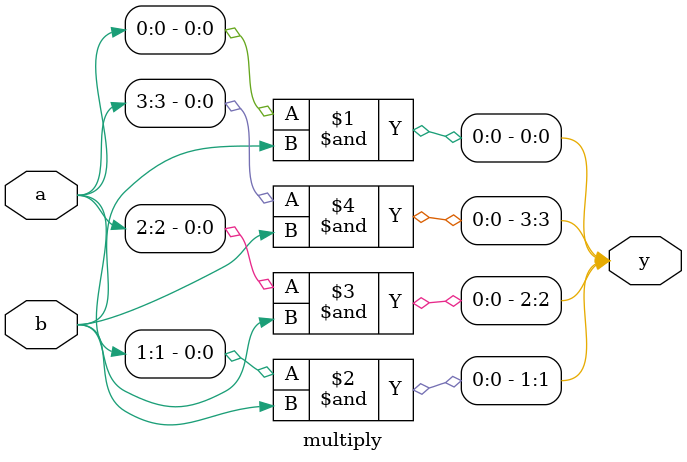
<source format=v>
module multiplier (
  input [3:0] a,
  input [3:0] b,
  output [7:0] c
);

  wire [3:0] multipliedB0, multipliedB1, multipliedB2, multipliedB3;
  wire [3:0] shiftedB1, shiftedB2, shiftedB3;
  wire [8:0] sumB0_B1, sumB2_B3, sumB01_B23;

  multiply m0 (.a(a), .b(b[0]), .y(multipliedB0));
  multiply m1 (.a(a), .b(b[1]), .y(multipliedB1));
  multiply m2 (.a(a), .b(b[2]), .y(multipliedB2));
  multiply m3 (.a(a), .b(b[3]), .y(multipliedB3));

  assign shiftedB1 = {2'b00, multipliedB1};
  assign shiftedB2 = {1'b0, multipliedB2, 1'b0};
  assign shiftedB3 = {multipliedB3, 2'b00};

  fourBitAdder fa0 (.a(multipliedB0), .b(shiftedB1), .sum(sumB0_B1[3:0]), .cout(sumB0_B1[4]));
  fourBitAdder fa1 (.a(sumB0_B1[3:0]), .b(shiftedB2), .sum(sumB2_B3[3:0]), .cout(sumB2_B3[4]));
  fourBitAdder fa2 (.a(sumB2_B3[3:0]), .b(shiftedB3), .sum(sumB01_B23[3:0]), .cout(sumB01_B23[4]));

  assign c = sumB01_B23[7:0];

endmodule


module fourBitAdder(
  input [3:0] a,
  input [3:0] b,
  output [3:0] sum,
  output cout
);

  wire [2:0] c;
  wire [4:0] s;

  halfAdder ha0 (a[0], b[0], s[0], c[0]);
  fullAdder fa0 (a[1], b[1], c[0], s[1], c[1]);
  fullAdder fa1 (a[2], b[2], c[1], s[2], c[2]);
  fullAdder fa2 (a[3], b[3], c[2], s[3], cout);

  assign sum = s;

endmodule

module halfAdder (
  input wire a,
  input wire b,
  output wire s,
  output wire cout
);

  assign s = a ^ b;
  assign cout = a & b;

endmodule

module fullAdder (
  input wire a,
  input wire b,
  input wire cin,
  output wire s,
  output wire cout
);

  wire aXorb;
  wire bAndb;
  wire cinAndaXorb;

  assign aXorb = a ^ b;
  assign s = aXorb ^ cin;

  assign bAndb = a & b;
  assign cinAndaXorb = cin & aXorb;
  assign cout = bAndb | cinAndaXorb;

endmodule

module multiply(
  input wire [3:0] a,
  input wire b,
  output wire [3:0] y
);

  assign y[0] = a[0] & b;
  assign y[1] = a[1] & b;
  assign y[2] = a[2] & b;
  assign y[3] = a[3] & b;

endmodule

</source>
